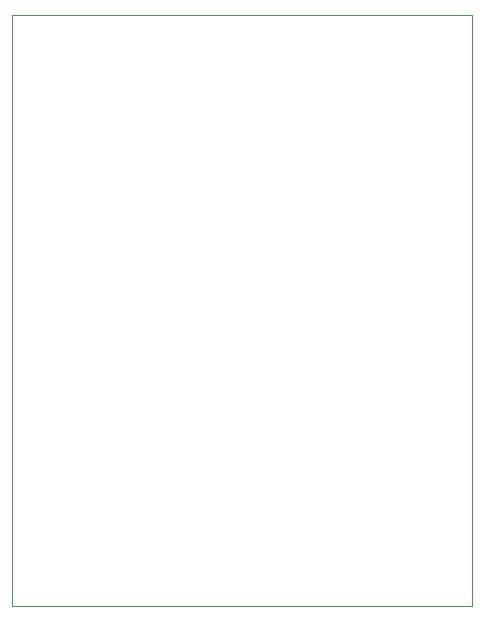
<source format=gbr>
%TF.GenerationSoftware,KiCad,Pcbnew,(5.1.6)-1*%
%TF.CreationDate,2021-04-27T13:36:45+02:00*%
%TF.ProjectId,BM2,424d322e-6b69-4636-9164-5f7063625858,rev?*%
%TF.SameCoordinates,Original*%
%TF.FileFunction,Profile,NP*%
%FSLAX46Y46*%
G04 Gerber Fmt 4.6, Leading zero omitted, Abs format (unit mm)*
G04 Created by KiCad (PCBNEW (5.1.6)-1) date 2021-04-27 13:36:45*
%MOMM*%
%LPD*%
G01*
G04 APERTURE LIST*
%TA.AperFunction,Profile*%
%ADD10C,0.050000*%
%TD*%
G04 APERTURE END LIST*
D10*
X111000000Y-137000000D02*
X72000000Y-137000000D01*
X111000000Y-187000000D02*
X111000000Y-137000000D01*
X72000000Y-187000000D02*
X111000000Y-187000000D01*
X72000000Y-137000000D02*
X72000000Y-187000000D01*
M02*

</source>
